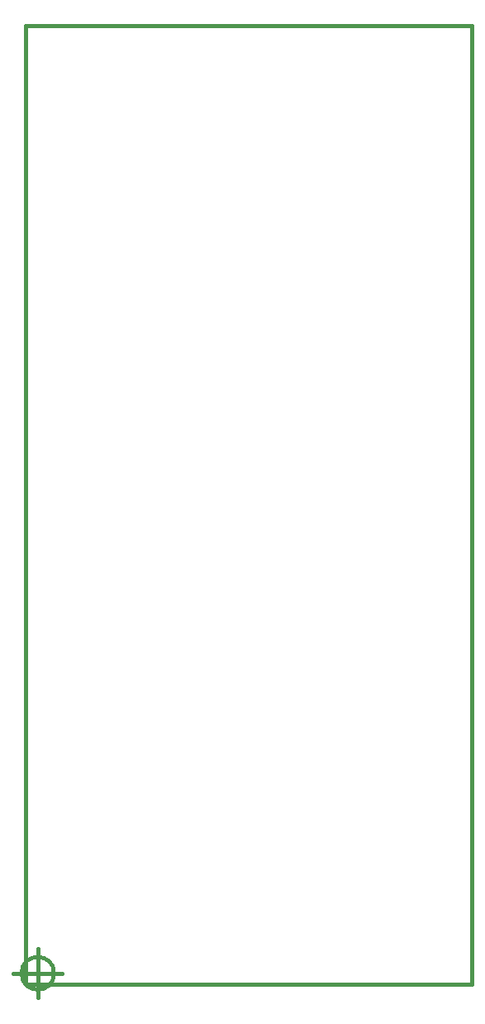
<source format=gbr>
G04 #@! TF.FileFunction,Profile,NP*
%FSLAX45Y45*%
G04 Gerber Fmt 4.5, Leading zero omitted, Abs format (unit mm)*
G04 Created by KiCad (PCBNEW (after 2015-may-25 BZR unknown)-product) date 15/07/2015 13:23:27*
%MOMM*%
G01*
G04 APERTURE LIST*
%ADD10C,0.150000*%
%ADD11C,0.381000*%
G04 APERTURE END LIST*
D10*
D11*
X18962667Y-13728700D02*
G75*
G03X18962667Y-13728700I-166667J0D01*
G01*
X18546000Y-13728700D02*
X19046000Y-13728700D01*
X18796000Y-13478700D02*
X18796000Y-13978700D01*
X18669000Y-4038600D02*
X18669000Y-13843000D01*
X23241000Y-4038600D02*
X18669000Y-4038600D01*
X23241000Y-13843000D02*
X23241000Y-4038600D01*
X18669000Y-13843000D02*
X23241000Y-13843000D01*
M02*

</source>
